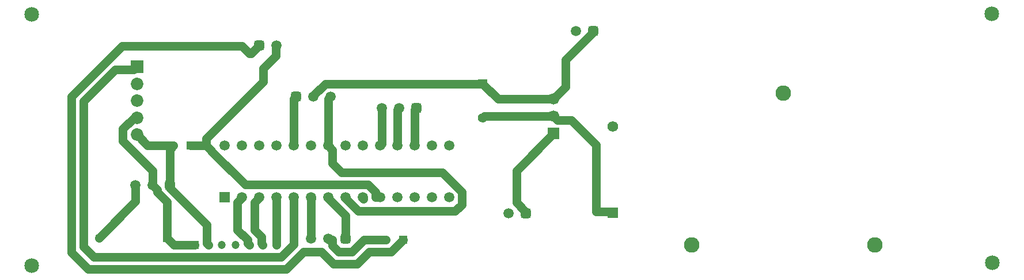
<source format=gtl>
G04*
G04 #@! TF.GenerationSoftware,Altium Limited,Altium Designer,23.10.1 (27)*
G04*
G04 Layer_Physical_Order=1*
G04 Layer_Color=255*
%FSLAX25Y25*%
%MOIN*%
G70*
G04*
G04 #@! TF.SameCoordinates,5FF5A223-D15A-4C9D-8392-CC208A2D619A*
G04*
G04*
G04 #@! TF.FilePolarity,Positive*
G04*
G01*
G75*
%ADD16C,0.07284*%
%ADD17R,0.07284X0.07284*%
%ADD18C,0.04921*%
%ADD19R,0.04921X0.04921*%
%ADD23C,0.09016*%
%ADD24C,0.06165*%
%ADD25R,0.06165X0.06165*%
%ADD27C,0.04724*%
%ADD28R,0.04724X0.04724*%
%ADD31C,0.05000*%
%ADD32C,0.05906*%
G04:AMPARAMS|DCode=33|XSize=59.06mil|YSize=59.06mil|CornerRadius=14.76mil|HoleSize=0mil|Usage=FLASHONLY|Rotation=180.000|XOffset=0mil|YOffset=0mil|HoleType=Round|Shape=RoundedRectangle|*
%AMROUNDEDRECTD33*
21,1,0.05906,0.02953,0,0,180.0*
21,1,0.02953,0.05906,0,0,180.0*
1,1,0.02953,-0.01476,0.01476*
1,1,0.02953,0.01476,0.01476*
1,1,0.02953,0.01476,-0.01476*
1,1,0.02953,-0.01476,-0.01476*
%
%ADD33ROUNDEDRECTD33*%
%ADD34C,0.08500*%
%ADD35C,0.05512*%
%ADD36R,0.05512X0.05512*%
%ADD37R,0.05906X0.05906*%
%ADD38C,0.06693*%
%ADD39R,0.06693X0.06693*%
D16*
X69819Y90315D02*
D03*
Y100157D02*
D03*
Y110000D02*
D03*
Y119843D02*
D03*
D17*
Y129685D02*
D03*
D18*
X47815Y30500D02*
D03*
D19*
X87185D02*
D03*
D23*
X444000Y114500D02*
D03*
X497100Y26500D02*
D03*
X390900D02*
D03*
D24*
X345300Y95200D02*
D03*
D25*
Y45200D02*
D03*
D27*
X150622Y26500D02*
D03*
X142748D02*
D03*
X134874D02*
D03*
X127000D02*
D03*
X119126D02*
D03*
X111252D02*
D03*
X214079Y29500D02*
D03*
X91079Y84000D02*
D03*
D28*
X103378Y26500D02*
D03*
X223921Y29500D02*
D03*
X100921Y84000D02*
D03*
D31*
X150327Y136163D02*
Y141827D01*
X150500Y142000D01*
X143000Y128837D02*
X150327Y136163D01*
X135000Y137500D02*
X136000D01*
X140500Y142000D01*
X143000Y121000D02*
Y128837D01*
X61148Y141732D02*
X130768D01*
X135000Y137500D01*
X32000Y112585D02*
X61148Y141732D01*
X110071Y88071D02*
X143000Y121000D01*
X110071Y84000D02*
Y88071D01*
Y84000D02*
X113000Y81071D01*
Y80960D02*
Y81071D01*
X100921Y84000D02*
X110071D01*
X113000Y80960D02*
X132507Y61453D01*
X69819Y110000D02*
X70437D01*
X335800Y45700D02*
X344800D01*
X345300Y45200D01*
X289500Y51000D02*
X295000Y45500D01*
X564691Y16309D02*
X565000Y16000D01*
X318000Y133960D02*
X334000Y149960D01*
X318000Y118000D02*
Y133960D01*
X153327Y19500D02*
X160500Y26673D01*
X39000Y25429D02*
Y109685D01*
Y25429D02*
X44929Y19500D01*
X153327D01*
X160500Y26673D02*
Y54000D01*
X311000Y111000D02*
X318000Y118000D01*
X217000Y22500D02*
X224000Y29500D01*
X204304Y22500D02*
X217000D01*
X197351Y15547D02*
X204304Y22500D01*
X183649Y15547D02*
X197351D01*
X176696Y22500D02*
X183649Y15547D01*
X166226Y22500D02*
X176696D01*
X156226Y12500D02*
X166226Y22500D01*
X41600Y12500D02*
X156226D01*
X32000Y22100D02*
X41600Y12500D01*
X190500Y30000D02*
Y43460D01*
X32000Y22100D02*
Y112585D01*
X68118Y127984D02*
X69819Y129685D01*
X57299Y127984D02*
X68118D01*
X39000Y109685D02*
X57299Y127984D01*
X150525Y26597D02*
X150622Y26695D01*
Y53878D01*
X150500Y54000D02*
X150622Y53878D01*
X141874Y27374D02*
Y31230D01*
X138000Y35104D02*
Y51255D01*
X140500Y53755D01*
Y54000D01*
X141874Y27374D02*
X142748Y26500D01*
X138000Y35104D02*
X141874Y31230D01*
X127953Y35252D02*
X133862Y29342D01*
X127953Y35252D02*
Y51208D01*
X133862Y27512D02*
Y29342D01*
X130500Y53755D02*
Y54000D01*
X127953Y51208D02*
X130500Y53755D01*
X133862Y27512D02*
X134874Y26500D01*
X178913Y119953D02*
X270000D01*
X172000Y112500D02*
Y113040D01*
X178913Y119953D01*
X270000Y119843D02*
Y119953D01*
X210500Y84000D02*
X211500Y85000D01*
Y105681D01*
X220500Y104681D02*
X221500Y105681D01*
X220500Y84000D02*
Y104681D01*
X230500D02*
X231500Y105681D01*
X230500Y84000D02*
Y104681D01*
X180500Y30000D02*
X181000Y29500D01*
X183047D01*
Y26048D02*
Y29500D01*
Y26048D02*
X186548Y22547D01*
X194452D01*
X201405Y29500D01*
X214079D01*
X190500Y53460D02*
Y54000D01*
Y53460D02*
X197960Y46000D01*
X254000D01*
X257953Y49953D01*
Y57087D01*
X246587Y68453D02*
X257953Y57087D01*
X188336Y68453D02*
X246587D01*
X183047Y73741D02*
X188336Y68453D01*
X183047Y73741D02*
Y81453D01*
X180500Y84000D02*
X183047Y81453D01*
X207953Y54000D02*
Y57087D01*
X203587Y61453D02*
X207953Y57087D01*
X170500Y30000D02*
Y54000D01*
X180500Y53460D02*
Y54000D01*
Y53460D02*
X190500Y43460D01*
X180500Y111000D02*
X182000Y112500D01*
X180500Y84000D02*
Y111000D01*
X160500D02*
X162000Y112500D01*
X160500Y84000D02*
Y111000D01*
X207953Y54000D02*
X210500D01*
X132507Y61453D02*
X203587D01*
X87185Y30500D02*
Y51410D01*
X81547Y57048D02*
X87185Y51410D01*
X89000Y61000D02*
Y81921D01*
X91079Y84000D01*
X69819Y90315D02*
X76134Y84000D01*
X91079D01*
X68147Y100157D02*
X69819D01*
X61677Y93687D02*
X68147Y100157D01*
X61677Y86943D02*
Y93687D01*
Y86943D02*
X79000Y69620D01*
Y61000D02*
Y69620D01*
X335800Y45700D02*
Y84468D01*
X278842Y111000D02*
X311000D01*
X270843Y101000D02*
X311000D01*
X289500Y69500D02*
X311000Y91000D01*
X270000Y119843D02*
X278842Y111000D01*
X270000Y100157D02*
X270843Y101000D01*
X289500Y51000D02*
Y69500D01*
X334000Y149960D02*
Y150500D01*
X321422Y98847D02*
X335800Y84468D01*
X313154Y98847D02*
X321422D01*
X311000Y101000D02*
X313154Y98847D01*
X87185Y30500D02*
X91185Y26500D01*
X110378Y27374D02*
Y38117D01*
X170500Y54000D02*
X171000Y53500D01*
X91185Y26500D02*
X103378D01*
X110378Y27374D02*
X111252Y26500D01*
X69000Y51685D02*
Y61000D01*
X47815Y30500D02*
X69000Y51685D01*
X89000Y59495D02*
X110378Y38117D01*
X81547Y57048D02*
Y58453D01*
X79000Y61000D02*
X81547Y58453D01*
X89000Y59495D02*
Y61000D01*
X200953Y53007D02*
Y53302D01*
X200500Y53755D02*
X200953Y53302D01*
X200500Y53755D02*
Y54000D01*
D32*
X150500Y142000D02*
D03*
X285000Y44681D02*
D03*
X170500Y30000D02*
D03*
X180500D02*
D03*
X182000Y112500D02*
D03*
X172000D02*
D03*
X211500Y105681D02*
D03*
X221500D02*
D03*
X69000Y61000D02*
D03*
X79000D02*
D03*
X324000Y150500D02*
D03*
X250500Y84000D02*
D03*
X240500D02*
D03*
X230500D02*
D03*
X220500D02*
D03*
X210500D02*
D03*
X200500D02*
D03*
X190500D02*
D03*
X180500D02*
D03*
X170500D02*
D03*
X160500D02*
D03*
X150500D02*
D03*
X140500D02*
D03*
X130500D02*
D03*
X120500D02*
D03*
X250500Y54000D02*
D03*
X240500D02*
D03*
X230500D02*
D03*
X220500D02*
D03*
X210500D02*
D03*
X200500D02*
D03*
X190500D02*
D03*
X180500D02*
D03*
X170500D02*
D03*
X160500D02*
D03*
X150500D02*
D03*
X140500D02*
D03*
X130500D02*
D03*
D33*
X140500Y142000D02*
D03*
X295000Y44681D02*
D03*
X190500Y30000D02*
D03*
X162000Y112500D02*
D03*
X231500Y105681D02*
D03*
X89000Y61000D02*
D03*
X334000Y150500D02*
D03*
D34*
X565000Y16000D02*
D03*
X564500Y160500D02*
D03*
X9000Y14500D02*
D03*
Y160000D02*
D03*
D35*
X270000Y100157D02*
D03*
D36*
Y119843D02*
D03*
D37*
X120500Y54000D02*
D03*
D38*
X311000Y111000D02*
D03*
Y101000D02*
D03*
D39*
Y91000D02*
D03*
M02*

</source>
